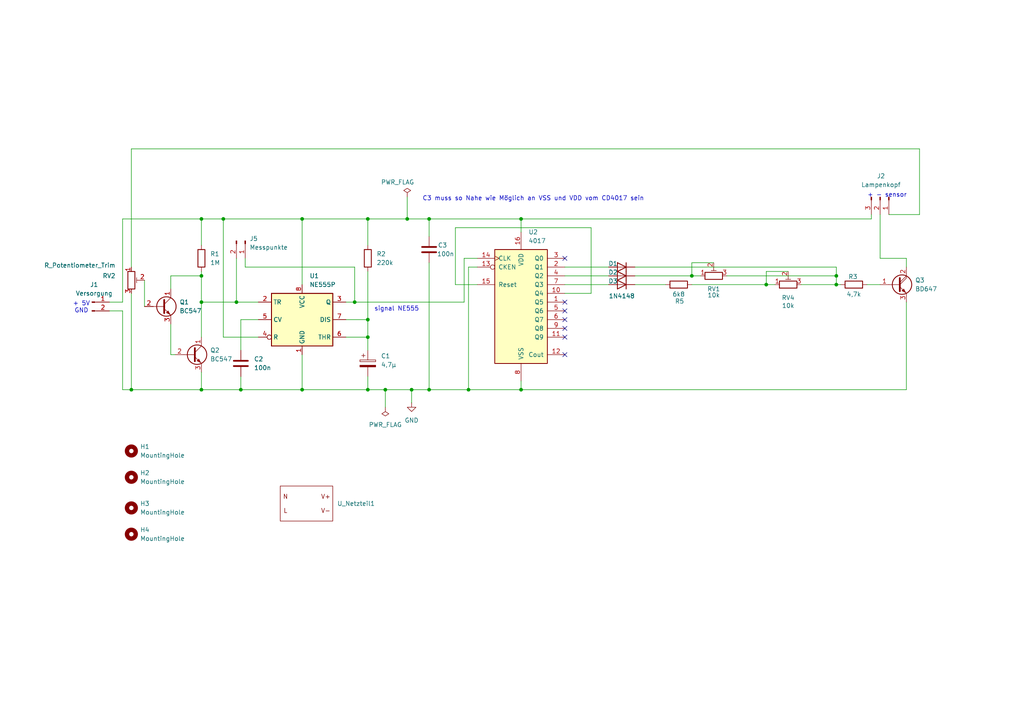
<source format=kicad_sch>
(kicad_sch (version 20250114) (generator "eeschema") (generator_version "9.0")
  (paper "A4")
  (title_block (title "Schreibtischlampe") (date "2025-11-21") (rev "2.0") (company "HTL-Steyr") (comment 1 "Konstantin Schwödiauer") (comment 2 "Fabian Lenhart") (comment 3 "Thomas Zeiler"))
  (lib_symbols
    (symbol "4xxx:4017" (pin_names (offset 1.016))
      (property "Reference" "U" (at -7.62 16.51 0))
      (property "Value" "4017" (at -7.62 -19.05 0))
      (symbol "4017_1_0"
        (pin input clock (at -12.7 12.7 0) (length 5.08) (name "CLK") (number "14"))
        (pin input inverted (at -12.7 10.16 0) (length 5.08) (name "CKEN") (number "13"))
        (pin input line (at -12.7 5.08 0) (length 5.08) (name "Reset") (number "15"))
        (pin power_in line (at 0 20.32 270) (length 5.08) (name "VDD") (number "16"))
        (pin power_in line (at 0 -22.86 90) (length 5.08) (name "VSS") (number "8"))
        (pin output line (at 12.7 12.7 180) (length 5.08) (name "Q0") (number "3"))
        (pin output line (at 12.7 10.16 180) (length 5.08) (name "Q1") (number "2"))
        (pin output line (at 12.7 7.62 180) (length 5.08) (name "Q2") (number "4"))
        (pin output line (at 12.7 5.08 180) (length 5.08) (name "Q3") (number "7"))
        (pin output line (at 12.7 2.54 180) (length 5.08) (name "Q4") (number "10"))
        (pin output line (at 12.7 0 180) (length 5.08) (name "Q5") (number "1"))
        (pin output line (at 12.7 -2.54 180) (length 5.08) (name "Q6") (number "5"))
        (pin output line (at 12.7 -5.08 180) (length 5.08) (name "Q7") (number "6"))
        (pin output line (at 12.7 -7.62 180) (length 5.08) (name "Q8") (number "9"))
        (pin output line (at 12.7 -10.16 180) (length 5.08) (name "Q9") (number "11"))
        (pin output line (at 12.7 -15.24 180) (length 5.08) (name "Cout") (number "12"))
      )
      (symbol "4017_1_1"
        (rectangle (start -7.62 15.24) (end 7.62 -17.78) (stroke (width 0.254)) (fill (type background)))
      )
    )
    (symbol "Connector:Conn_01x02_Pin" (pin_names (offset 1.016) (hide yes))
      (property "Reference" "J" (at 0 2.54 0))
      (property "Value" "Conn_01x02_Pin" (at 0 -5.08 0))
      (symbol "Conn_01x02_Pin_1_1"
        (rectangle (start 0.8636 0.127) (end 0 -0.127) (stroke (width 0.1524)) (fill (type outline)))
        (rectangle (start 0.8636 -2.413) (end 0 -2.667) (stroke (width 0.1524)) (fill (type outline)))
        (polyline (pts (xy 1.27 0) (xy 0.8636 0)) (stroke (width 0.1524)))
        (polyline (pts (xy 1.27 -2.54) (xy 0.8636 -2.54)) (stroke (width 0.1524)))
        (pin passive line (at 5.08 0 180) (length 3.81) (name "Pin_1") (number "1"))
        (pin passive line (at 5.08 -2.54 180) (length 3.81) (name "Pin_2") (number "2"))
      )
    )
    (symbol "Connector:Conn_01x03_Pin" (pin_names (offset 1.016) (hide yes))
      (property "Reference" "J" (at 0 5.08 0))
      (property "Value" "Conn_01x03_Pin" (at 0 -5.08 0))
      (symbol "Conn_01x03_Pin_1_1"
        (rectangle (start 0.8636 2.667) (end 0 2.413) (stroke (width 0.1524)) (fill (type outline)))
        (rectangle (start 0.8636 0.127) (end 0 -0.127) (stroke (width 0.1524)) (fill (type outline)))
        (rectangle (start 0.8636 -2.413) (end 0 -2.667) (stroke (width 0.1524)) (fill (type outline)))
        (polyline (pts (xy 1.27 2.54) (xy 0.8636 2.54)) (stroke (width 0.1524)))
        (polyline (pts (xy 1.27 0) (xy 0.8636 0)) (stroke (width 0.1524)))
        (polyline (pts (xy 1.27 -2.54) (xy 0.8636 -2.54)) (stroke (width 0.1524)))
        (pin passive line (at 5.08 2.54 180) (length 3.81) (name "Pin_1") (number "1"))
        (pin passive line (at 5.08 0 180) (length 3.81) (name "Pin_2") (number "2"))
        (pin passive line (at 5.08 -2.54 180) (length 3.81) (name "Pin_3") (number "3"))
      )
    )
    (symbol "Device:C" (pin_numbers (hide yes)) (pin_names (offset 0.254))
      (property "Reference" "C" (at 0.635 2.54 0))
      (property "Value" "C" (at 0.635 -2.54 0))
      (symbol "C_0_1"
        (polyline (pts (xy -2.032 0.762) (xy 2.032 0.762)) (stroke (width 0.508)))
        (polyline (pts (xy -2.032 -0.762) (xy 2.032 -0.762)) (stroke (width 0.508)))
      )
      (symbol "C_1_1"
        (pin passive line (at 0 3.81 270) (length 2.794) (name "~") (number "1"))
        (pin passive line (at 0 -3.81 90) (length 2.794) (name "~") (number "2"))
      )
    )
    (symbol "Device:C_Polarized" (pin_numbers (hide yes)) (pin_names (offset 0.254))
      (property "Reference" "C" (at 0.635 2.54 0))
      (property "Value" "C_Polarized" (at 0.635 -2.54 0))
      (symbol "C_Polarized_0_1"
        (rectangle (start -2.286 0.508) (end 2.286 1.016))
        (polyline (pts (xy -1.778 2.286) (xy -0.762 2.286)))
        (polyline (pts (xy -1.27 2.794) (xy -1.27 1.778)))
        (rectangle (start 2.286 -0.508) (end -2.286 -1.016) (fill (type outline)))
      )
      (symbol "C_Polarized_1_1"
        (pin passive line (at 0 3.81 270) (length 2.794) (name "~") (number "1"))
        (pin passive line (at 0 -3.81 90) (length 2.794) (name "~") (number "2"))
      )
    )
    (symbol "Device:R" (pin_numbers (hide yes)) (pin_names (offset 0))
      (property "Reference" "R" (at 2.032 0 90))
      (property "Value" "R" (at 0 0 90))
      (symbol "R_0_1"
        (rectangle (start -1.016 -2.54) (end 1.016 2.54) (stroke (width 0.254)))
      )
      (symbol "R_1_1"
        (pin passive line (at 0 3.81 270) (length 1.27) (name "~") (number "1"))
        (pin passive line (at 0 -3.81 90) (length 1.27) (name "~") (number "2"))
      )
    )
    (symbol "Device:R_Potentiometer_Trim" (pin_names (offset 1.016) (hide yes))
      (property "Reference" "RV" (at -4.445 0 90))
      (property "Value" "R_Potentiometer_Trim" (at -2.54 0 90))
      (symbol "R_Potentiometer_Trim_0_1"
        (rectangle (start 1.016 2.54) (end -1.016 -2.54) (stroke (width 0.254)))
        (polyline (pts (xy 1.524 0.762) (xy 1.524 -0.762)))
        (polyline (pts (xy 2.54 0) (xy 1.524 0)))
      )
      (symbol "R_Potentiometer_Trim_1_1"
        (pin passive line (at 0 3.81 270) (length 1.27) (name "1") (number "1"))
        (pin passive line (at 0 -3.81 90) (length 1.27) (name "3") (number "3"))
        (pin passive line (at 3.81 0 180) (length 1.27) (name "2") (number "2"))
      )
    )
    (symbol "Diode:1N4148" (pin_numbers (hide yes)) (pin_names (hide yes))
      (property "Reference" "D" (at 0 2.54 0))
      (property "Value" "1N4148" (at 0 -2.54 0))
      (symbol "1N4148_0_1"
        (polyline (pts (xy -1.27 1.27) (xy -1.27 -1.27)) (stroke (width 0.254)))
        (polyline (pts (xy 1.27 1.27) (xy 1.27 -1.27) (xy -1.27 0) (xy 1.27 1.27)) (stroke (width 0.254)))
        (polyline (pts (xy 1.27 0) (xy -1.27 0)))
      )
      (symbol "1N4148_1_1"
        (pin passive line (at -3.81 0 0) (length 2.54) (name "K") (number "1"))
        (pin passive line (at 3.81 0 180) (length 2.54) (name "A") (number "2"))
      )
    )
    (symbol "Mechanical:MountingHole" (pin_names (offset 1.016)) (in_bom no)
      (property "Reference" "H" (at 0 5.08 0))
      (property "Value" "MountingHole" (at 0 3.175 0))
      (symbol "MountingHole_0_1"
        (circle (center 0 0) (radius 1.27) (stroke (width 1.27)))
      )
    )
    (symbol "Recom_Netzteil_Symbol:Recom_Netzteil"
      (property "Reference" "U" (at 0 0 0))
      (symbol "Recom_Netzteil_0_1"
        (rectangle (start -7.62 5.08) (end 7.62 -5.08))
      )
      (symbol "Recom_Netzteil_1_1"
        (text "N\n\nL\n" (at -6.096 0 0) (effects (font (size 1.27 1.27))))
        (text "V+\n\nV-\n" (at 5.588 0 0) (effects (font (size 1.27 1.27))))
      )
    )
    (symbol "Timer:NE555P"
      (property "Reference" "U" (at -10.16 8.89 0))
      (property "Value" "NE555P" (at 2.54 8.89 0))
      (symbol "NE555P_0_0"
        (pin power_in line (at 0 10.16 270) (length 2.54) (name "VCC") (number "8"))
        (pin power_in line (at 0 -10.16 90) (length 2.54) (name "GND") (number "1"))
      )
      (symbol "NE555P_0_1"
        (rectangle (start -8.89 -7.62) (end 8.89 7.62) (stroke (width 0.254)) (fill (type background)))
        (rectangle (start -8.89 -7.62) (end 8.89 7.62) (stroke (width 0.254)) (fill (type background)))
      )
      (symbol "NE555P_1_1"
        (pin input line (at -12.7 5.08 0) (length 3.81) (name "TR") (number "2"))
        (pin input line (at -12.7 0 0) (length 3.81) (name "CV") (number "5"))
        (pin input inverted (at -12.7 -5.08 0) (length 3.81) (name "R") (number "4"))
        (pin output line (at 12.7 5.08 180) (length 3.81) (name "Q") (number "3"))
        (pin input line (at 12.7 0 180) (length 3.81) (name "DIS") (number "7"))
        (pin input line (at 12.7 -5.08 180) (length 3.81) (name "THR") (number "6"))
      )
    )
    (symbol "Transistor_BJT:BC547" (pin_names (offset 0) (hide yes))
      (property "Reference" "Q" (at 5.08 1.905 0))
      (property "Value" "BC547" (at 5.08 0 0))
      (symbol "BC547_0_1"
        (polyline (pts (xy -2.54 0) (xy 0.635 0)))
        (polyline (pts (xy 0.635 1.905) (xy 0.635 -1.905)) (stroke (width 0.508)))
        (circle (center 1.27 0) (radius 2.8194) (stroke (width 0.254)))
      )
      (symbol "BC547_1_1"
        (polyline (pts (xy 0.635 0.635) (xy 2.54 2.54)))
        (polyline (pts (xy 0.635 -0.635) (xy 2.54 -2.54)))
        (polyline (pts (xy 1.27 -1.778) (xy 1.778 -1.27) (xy 2.286 -2.286) (xy 1.27 -1.778)) (fill (type outline)))
        (pin input line (at -5.08 0 0) (length 2.54) (name "B") (number "2"))
        (pin passive line (at 2.54 5.08 270) (length 2.54) (name "C") (number "1"))
        (pin passive line (at 2.54 -5.08 90) (length 2.54) (name "E") (number "3"))
      )
    )
    (symbol "Transistor_BJT:Q_NPN_Darlington_BCE" (pin_names (offset 0) (hide yes))
      (property "Reference" "Q" (at 4.572 1.27 0))
      (property "Value" "Q_NPN_Darlington_BCE" (at 4.572 -1.27 0))
      (symbol "Q_NPN_Darlington_BCE_0_1"
        (polyline (pts (xy -2.54 0) (xy 0.635 0)))
        (polyline (pts (xy 0.635 1.905) (xy 0.635 -1.905)) (stroke (width 0.508)))
        (polyline (pts (xy 0.635 0) (xy 2.54 1.905) (xy 2.54 2.54)))
        (circle (center 1.27 0) (radius 2.8194) (stroke (width 0.254)))
      )
      (symbol "Q_NPN_Darlington_BCE_1_1"
        (polyline (pts (xy 0.635 0.635) (xy 2.54 2.54)))
        (polyline (pts (xy 0.635 -0.635) (xy 2.54 -2.54)))
        (polyline (pts (xy 1.27 -1.778) (xy 1.778 -1.27) (xy 2.286 -2.286) (xy 1.27 -1.778)) (fill (type outline)))
        (pin input line (at -5.08 0 0) (length 2.54) (name "B") (number "1"))
        (pin passive line (at 2.54 5.08 270) (length 2.54) (name "C") (number "2"))
        (pin passive line (at 2.54 -5.08 90) (length 2.54) (name "E") (number "3"))
      )
    )
    (symbol "power:GND" (power) (pin_numbers (hide yes)) (pin_names (offset 0) (hide yes))
      (property "Value" "GND" (at 0 -3.81 0))
      (symbol "GND_0_1"
        (polyline (pts (xy 0 0) (xy 0 -1.27) (xy 1.27 -1.27) (xy 0 -2.54) (xy -1.27 -1.27) (xy 0 -1.27)))
      )
      (symbol "GND_1_1"
        (pin power_in line (at 0 0 270) (length 0) (name "~") (number "1"))
      )
    )
    (symbol "power:PWR_FLAG" (power) (pin_numbers (hide yes)) (pin_names (offset 0) (hide yes))
      (property "Value" "PWR_FLAG" (at 0 3.81 0))
      (symbol "PWR_FLAG_0_0"
        (pin power_out line (at 0 0 90) (length 0) (name "~") (number "1"))
      )
      (symbol "PWR_FLAG_0_1"
        (polyline (pts (xy 0 0) (xy 0 1.27) (xy -1.016 1.905) (xy 0 2.54) (xy 1.016 1.905) (xy 0 1.27)))
      )
    )
  )
  (text "signal NE555" (at 115.062 89.662 0) (effects (font (size 1.27 1.27))))
  (text "+ 5V\nGND" (at 23.622 89.154 0) (effects (font (size 1.27 1.27))))
  (text "+ - sensor" (at 257.302 56.642 0) (effects (font (size 1.27 1.27))))
  (text "C3 muss so Nahe wie Möglich an VSS und VDD vom CD4017 sein" (at 154.686 57.658 0) (effects (font (size 1.27 1.27))))
  (junction (at 68.58 87.63))
  (junction (at 102.87 87.63))
  (junction (at 118.11 63.5))
  (junction (at 58.42 87.63))
  (junction (at 119.38 113.03))
  (junction (at 64.77 63.5))
  (junction (at 106.68 97.79))
  (junction (at 106.68 113.03))
  (junction (at 87.63 63.5))
  (junction (at 106.68 92.71))
  (junction (at 106.68 63.5))
  (junction (at 111.76 113.03))
  (junction (at 222.25 82.55))
  (junction (at 242.57 82.55))
  (junction (at 151.13 63.5))
  (junction (at 135.89 113.03))
  (junction (at 58.42 113.03))
  (junction (at 58.42 63.5))
  (junction (at 124.46 113.03))
  (junction (at 38.1 113.03))
  (junction (at 200.66 80.01))
  (junction (at 124.46 63.5))
  (junction (at 151.13 113.03))
  (junction (at 69.85 113.03))
  (junction (at 242.57 80.01))
  (junction (at 87.63 113.03))
  (junction (at 58.42 80.01))
  (no_connect (at 163.83 87.63))
  (no_connect (at 163.83 102.87))
  (no_connect (at 163.83 90.17))
  (no_connect (at 163.83 74.93))
  (no_connect (at 163.83 95.25))
  (no_connect (at 163.83 97.79))
  (no_connect (at 163.83 92.71))
  (wire (pts (xy 49.53 102.87) (xy 50.8 102.87)))
  (wire (pts (xy 38.1 113.03) (xy 58.42 113.03)))
  (wire (pts (xy 135.89 77.47) (xy 135.89 113.03)))
  (wire (pts (xy 151.13 110.49) (xy 151.13 113.03)))
  (wire (pts (xy 242.57 80.01) (xy 242.57 82.55)))
  (wire (pts (xy 102.87 87.63) (xy 134.62 87.63)))
  (wire (pts (xy 35.56 113.03) (xy 35.56 90.17)))
  (wire (pts (xy 71.12 77.47) (xy 102.87 77.47)))
  (wire (pts (xy 49.53 93.98) (xy 49.53 102.87)))
  (wire (pts (xy 132.08 82.55) (xy 132.08 66.04)))
  (wire (pts (xy 38.1 85.09) (xy 38.1 113.03)))
  (wire (pts (xy 106.68 63.5) (xy 87.63 63.5)))
  (wire (pts (xy 106.68 63.5) (xy 118.11 63.5)))
  (wire (pts (xy 68.58 74.93) (xy 68.58 87.63)))
  (wire (pts (xy 49.53 83.82) (xy 49.53 80.01)))
  (wire (pts (xy 184.15 80.01) (xy 200.66 80.01)))
  (wire (pts (xy 228.6 78.74) (xy 222.25 78.74)))
  (wire (pts (xy 242.57 77.47) (xy 242.57 80.01)))
  (wire (pts (xy 58.42 78.74) (xy 58.42 80.01)))
  (wire (pts (xy 118.11 57.15) (xy 118.11 63.5)))
  (wire (pts (xy 255.27 62.23) (xy 255.27 74.93)))
  (wire (pts (xy 232.41 82.55) (xy 242.57 82.55)))
  (wire (pts (xy 38.1 43.18) (xy 266.7 43.18)))
  (wire (pts (xy 242.57 82.55) (xy 243.84 82.55)))
  (wire (pts (xy 251.46 82.55) (xy 255.27 82.55)))
  (wire (pts (xy 124.46 113.03) (xy 135.89 113.03)))
  (wire (pts (xy 132.08 66.04) (xy 171.45 66.04)))
  (wire (pts (xy 119.38 113.03) (xy 119.38 116.84)))
  (wire (pts (xy 255.27 74.93) (xy 262.89 74.93)))
  (wire (pts (xy 124.46 63.5) (xy 124.46 68.58)))
  (wire (pts (xy 38.1 77.47) (xy 38.1 43.18)))
  (wire (pts (xy 257.81 62.23) (xy 266.7 62.23)))
  (wire (pts (xy 64.77 63.5) (xy 87.63 63.5)))
  (wire (pts (xy 222.25 78.74) (xy 222.25 82.55)))
  (wire (pts (xy 87.63 63.5) (xy 87.63 82.55)))
  (wire (pts (xy 171.45 85.09) (xy 163.83 85.09)))
  (wire (pts (xy 138.43 82.55) (xy 132.08 82.55)))
  (wire (pts (xy 151.13 63.5) (xy 252.73 63.5)))
  (wire (pts (xy 163.83 82.55) (xy 176.53 82.55)))
  (wire (pts (xy 35.56 63.5) (xy 35.56 87.63)))
  (wire (pts (xy 163.83 77.47) (xy 176.53 77.47)))
  (wire (pts (xy 184.15 77.47) (xy 242.57 77.47)))
  (wire (pts (xy 163.83 80.01) (xy 176.53 80.01)))
  (wire (pts (xy 119.38 113.03) (xy 124.46 113.03)))
  (wire (pts (xy 58.42 87.63) (xy 68.58 87.63)))
  (wire (pts (xy 35.56 87.63) (xy 31.75 87.63)))
  (wire (pts (xy 151.13 113.03) (xy 262.89 113.03)))
  (wire (pts (xy 200.66 82.55) (xy 222.25 82.55)))
  (wire (pts (xy 134.62 87.63) (xy 134.62 74.93)))
  (wire (pts (xy 58.42 87.63) (xy 58.42 97.79)))
  (wire (pts (xy 124.46 76.2) (xy 124.46 113.03)))
  (wire (pts (xy 58.42 63.5) (xy 64.77 63.5)))
  (wire (pts (xy 35.56 90.17) (xy 31.75 90.17)))
  (wire (pts (xy 49.53 80.01) (xy 58.42 80.01)))
  (wire (pts (xy 222.25 82.55) (xy 224.79 82.55)))
  (wire (pts (xy 106.68 97.79) (xy 106.68 92.71)))
  (wire (pts (xy 119.38 113.03) (xy 111.76 113.03)))
  (wire (pts (xy 111.76 113.03) (xy 111.76 118.11)))
  (wire (pts (xy 100.33 97.79) (xy 106.68 97.79)))
  (wire (pts (xy 171.45 66.04) (xy 171.45 85.09)))
  (wire (pts (xy 200.66 80.01) (xy 203.2 80.01)))
  (wire (pts (xy 118.11 63.5) (xy 124.46 63.5)))
  (wire (pts (xy 71.12 74.93) (xy 71.12 77.47)))
  (wire (pts (xy 35.56 113.03) (xy 38.1 113.03)))
  (wire (pts (xy 124.46 63.5) (xy 151.13 63.5)))
  (wire (pts (xy 69.85 109.22) (xy 69.85 113.03)))
  (wire (pts (xy 69.85 101.6) (xy 69.85 92.71)))
  (wire (pts (xy 106.68 113.03) (xy 87.63 113.03)))
  (wire (pts (xy 58.42 63.5) (xy 58.42 71.12)))
  (wire (pts (xy 35.56 63.5) (xy 58.42 63.5)))
  (wire (pts (xy 102.87 77.47) (xy 102.87 87.63)))
  (wire (pts (xy 41.91 81.28) (xy 41.91 88.9)))
  (wire (pts (xy 106.68 97.79) (xy 106.68 101.6)))
  (wire (pts (xy 138.43 74.93) (xy 134.62 74.93)))
  (wire (pts (xy 266.7 62.23) (xy 266.7 43.18)))
  (wire (pts (xy 100.33 92.71) (xy 106.68 92.71)))
  (wire (pts (xy 184.15 82.55) (xy 193.04 82.55)))
  (wire (pts (xy 262.89 87.63) (xy 262.89 113.03)))
  (wire (pts (xy 69.85 113.03) (xy 58.42 113.03)))
  (wire (pts (xy 58.42 80.01) (xy 58.42 87.63)))
  (wire (pts (xy 68.58 87.63) (xy 74.93 87.63)))
  (wire (pts (xy 207.01 76.2) (xy 200.66 76.2)))
  (wire (pts (xy 74.93 97.79) (xy 64.77 97.79)))
  (wire (pts (xy 111.76 113.03) (xy 106.68 113.03)))
  (wire (pts (xy 200.66 76.2) (xy 200.66 80.01)))
  (wire (pts (xy 64.77 97.79) (xy 64.77 63.5)))
  (wire (pts (xy 100.33 87.63) (xy 102.87 87.63)))
  (wire (pts (xy 87.63 102.87) (xy 87.63 113.03)))
  (wire (pts (xy 210.82 80.01) (xy 242.57 80.01)))
  (wire (pts (xy 151.13 63.5) (xy 151.13 67.31)))
  (wire (pts (xy 135.89 77.47) (xy 138.43 77.47)))
  (wire (pts (xy 252.73 63.5) (xy 252.73 62.23)))
  (wire (pts (xy 262.89 74.93) (xy 262.89 77.47)))
  (wire (pts (xy 106.68 71.12) (xy 106.68 63.5)))
  (wire (pts (xy 69.85 92.71) (xy 74.93 92.71)))
  (wire (pts (xy 135.89 113.03) (xy 151.13 113.03)))
  (wire (pts (xy 106.68 109.22) (xy 106.68 113.03)))
  (wire (pts (xy 58.42 107.95) (xy 58.42 113.03)))
  (wire (pts (xy 87.63 113.03) (xy 69.85 113.03)))
  (wire (pts (xy 106.68 92.71) (xy 106.68 78.74)))
  (symbol (lib_id "Device:R_Potentiometer_Trim") (at 228.6 82.55 90) (unit 1)
    (property "Reference" "RV4" (at 228.6 86.36 90))
    (property "Value" "10k" (at 228.6 88.646 90))
    (property "Footprint" "Potentiometer_THT:Potentiometer_Bourns_3386P_Vertical" (effects (hide yes)))
    (property "Description" "Trim-potentiometer" (effects (hide yes)))
    (property "RS/URL" "https://at.rs-online.com/web/p/trimmerpotentiometer/5222693" (effects (hide yes)))
  )
  (symbol (lib_id "power:PWR_FLAG") (at 118.11 57.15 0) (unit 1)
    (property "Reference" "#FLG01" (effects (hide yes)))
    (property "Value" "PWR_FLAG" (at 115.316 52.832 0))
    (property "Description" "Special symbol for telling ERC where power comes from" (effects (hide yes)))
  )
  (symbol (lib_id "Transistor_BJT:BC547") (at 46.99 88.9 0) (unit 1)
    (property "Reference" "Q1" (at 52.07 87.6299 0) (effects (justify left)))
    (property "Value" "BC547" (at 52.07 90.1699 0) (effects (justify left)))
    (property "Footprint" "Package_TO_SOT_THT:TO-92L_HandSolder" (effects (hide yes)))
    (property "Datasheet" "https://www.onsemi.com/pub/Collateral/BC550-D.pdf" (effects (hide yes)))
    (property "Description" "0.1A Ic, 45V Vce, Small Signal NPN Transistor, TO-92" (effects (hide yes)))
  )
  (symbol (lib_id "Diode:1N4148") (at 180.34 77.47 0) (mirror y) (unit 1)
    (property "Reference" "D1" (at 177.8 76.454 0))
    (property "Value" "1N4148" (effects (hide yes)))
    (property "Footprint" "Diode_THT:D_DO-35_SOD27_P7.62mm_Horizontal" (effects (hide yes)))
    (property "Datasheet" "https://assets.nexperia.com/documents/data-sheet/1N4148_1N4448.pdf" (effects (hide yes)))
    (property "Description" "100V 0.15A standard switching diode, DO-35" (effects (hide yes)))
    (property "Sim.Device" "D" (effects (hide yes)))
    (property "Sim.Pins" "1=K 2=A" (effects (hide yes)))
  )
  (symbol (lib_id "Mechanical:MountingHole") (at 38.1 138.43 0) (unit 1) (in_bom no)
    (property "Reference" "H2" (at 40.64 137.1599 0) (effects (justify left)))
    (property "Value" "MountingHole" (at 40.64 139.6999 0) (effects (justify left)))
    (property "Footprint" "MountingHole:MountingHole_3.2mm_M3" (effects (hide yes)))
    (property "Description" "Mounting Hole without connection" (effects (hide yes)))
  )
  (symbol (lib_id "Device:R") (at 247.65 82.55 270) (unit 1)
    (property "Reference" "R3" (at 247.396 80.264 90))
    (property "Value" "4,7k" (at 247.65 85.344 90))
    (property "Footprint" "Resistor_THT:R_Axial_DIN0207_L6.3mm_D2.5mm_P10.16mm_Horizontal" (effects (hide yes)))
    (property "Description" "Resistor" (effects (hide yes)))
  )
  (symbol (lib_id "Device:R") (at 106.68 74.93 0) (unit 1)
    (property "Reference" "R2" (at 109.22 73.6599 0) (effects (justify left)))
    (property "Value" "220k" (at 109.22 76.1999 0) (effects (justify left)))
    (property "Footprint" "Resistor_THT:R_Axial_DIN0207_L6.3mm_D2.5mm_P10.16mm_Horizontal" (effects (hide yes)))
    (property "Description" "Resistor" (effects (hide yes)))
  )
  (symbol (lib_id "Connector:Conn_01x02_Pin") (at 26.67 87.63 0) (unit 1)
    (property "Reference" "J1" (at 27.305 82.55 0))
    (property "Value" "Versorgung" (at 27.305 85.09 0))
    (property "Footprint" "TerminalBlock_Phoenix:TerminalBlock_Phoenix_MKDS-1,5-2-5.08_1x02_P5.08mm_Horizontal" (effects (hide yes)))
    (property "Description" "Generic connector, single row, 01x02, script generated" (effects (hide yes)))
  )
  (symbol (lib_id "Device:R") (at 58.42 74.93 0) (unit 1)
    (property "Reference" "R1" (at 60.96 73.6599 0) (effects (justify left)))
    (property "Value" "1M" (at 60.96 76.1999 0) (effects (justify left)))
    (property "Footprint" "Resistor_THT:R_Axial_DIN0207_L6.3mm_D2.5mm_P10.16mm_Horizontal" (effects (hide yes)))
    (property "Description" "Resistor" (effects (hide yes)))
  )
  (symbol (lib_id "power:PWR_FLAG") (at 111.76 118.11 180) (unit 1)
    (property "Reference" "#FLG02" (effects (hide yes)))
    (property "Value" "PWR_FLAG" (at 111.76 123.19 0))
    (property "Description" "Special symbol for telling ERC where power comes from" (effects (hide yes)))
  )
  (symbol (lib_id "Connector:Conn_01x03_Pin") (at 255.27 57.15 270) (unit 1)
    (property "Reference" "J2" (at 255.524 51.054 90))
    (property "Value" "Lampenkopf" (at 255.524 53.594 90))
    (property "Footprint" "TerminalBlock_Phoenix:TerminalBlock_Phoenix_MKDS-1,5-3-5.08_1x03_P5.08mm_Horizontal" (effects (hide yes)))
    (property "Description" "Generic connector, single row, 01x03, script generated" (effects (hide yes)))
  )
  (symbol (lib_id "Mechanical:MountingHole") (at 38.1 154.94 0) (unit 1) (in_bom no)
    (property "Reference" "H4" (at 40.64 153.6699 0) (effects (justify left)))
    (property "Value" "MountingHole" (at 40.64 156.2099 0) (effects (justify left)))
    (property "Footprint" "MountingHole:MountingHole_3.2mm_M3" (effects (hide yes)))
    (property "Description" "Mounting Hole without connection" (effects (hide yes)))
  )
  (symbol (lib_id "Mechanical:MountingHole") (at 38.1 147.32 0) (unit 1) (in_bom no)
    (property "Reference" "H3" (at 40.64 146.0499 0) (effects (justify left)))
    (property "Value" "MountingHole" (at 40.64 148.5899 0) (effects (justify left)))
    (property "Footprint" "MountingHole:MountingHole_3.2mm_M3" (effects (hide yes)))
    (property "Description" "Mounting Hole without connection" (effects (hide yes)))
  )
  (symbol (lib_id "Device:R_Potentiometer_Trim") (at 38.1 81.28 0) (unit 1)
    (property "Reference" "RV2" (at 33.528 80.01 0) (effects (justify right)))
    (property "Value" "R_Potentiometer_Trim" (at 33.528 76.962 0) (effects (justify right)))
    (property "Footprint" "Potentiometer_THT:Potentiometer_ACP_CA9-V10_Vertical" (effects (hide yes)))
    (property "Description" "Trim-potentiometer" (effects (hide yes)))
  )
  (symbol (lib_id "Mechanical:MountingHole") (at 38.1 130.81 0) (unit 1) (in_bom no)
    (property "Reference" "H1" (at 40.64 129.5399 0) (effects (justify left)))
    (property "Value" "MountingHole" (at 40.64 132.0799 0) (effects (justify left)))
    (property "Footprint" "MountingHole:MountingHole_3.2mm_M3" (effects (hide yes)))
    (property "Description" "Mounting Hole without connection" (effects (hide yes)))
  )
  (symbol (lib_id "Device:C") (at 69.85 105.41 0) (unit 1)
    (property "Reference" "C2" (at 73.66 104.1399 0) (effects (justify left)))
    (property "Value" "100n" (at 73.66 106.6799 0) (effects (justify left)))
    (property "Footprint" "Capacitor_THT:CP_Radial_Tantal_D4.5mm_P2.50mm" (effects (hide yes)))
    (property "Description" "Unpolarized capacitor" (effects (hide yes)))
  )
  (symbol (lib_id "Device:R_Potentiometer_Trim") (at 207.01 80.01 90) (unit 1)
    (property "Reference" "RV1" (at 207.01 83.82 90))
    (property "Value" "10k" (at 207.01 85.598 90))
    (property "Footprint" "Potentiometer_THT:Potentiometer_Bourns_3386P_Vertical" (effects (hide yes)))
    (property "Description" "Trim-potentiometer" (effects (hide yes)))
    (property "RS/URL" "https://at.rs-online.com/web/p/trimmerpotentiometer/5222693" (effects (hide yes)))
  )
  (symbol (lib_id "Connector:Conn_01x02_Pin") (at 71.12 69.85 270) (unit 1)
    (property "Reference" "J5" (at 72.39 69.2149 90) (effects (justify left)))
    (property "Value" "Messpunkte" (at 72.39 71.7549 90) (effects (justify left)))
    (property "Footprint" "Connector_PinHeader_2.54mm:PinHeader_1x02_P2.54mm_Vertical" (effects (hide yes)))
    (property "Description" "Generic connector, single row, 01x02, script generated" (effects (hide yes)))
  )
  (symbol (lib_id "Transistor_BJT:BC547") (at 55.88 102.87 0) (unit 1)
    (property "Reference" "Q2" (at 60.96 101.5999 0) (effects (justify left)))
    (property "Value" "BC547" (at 60.96 104.1399 0) (effects (justify left)))
    (property "Footprint" "Package_TO_SOT_THT:TO-92L_HandSolder" (effects (hide yes)))
    (property "Datasheet" "https://www.onsemi.com/pub/Collateral/BC550-D.pdf" (effects (hide yes)))
    (property "Description" "0.1A Ic, 45V Vce, Small Signal NPN Transistor, TO-92" (effects (hide yes)))
  )
  (symbol (lib_id "Recom_Netzteil_Symbol:Recom_Netzteil") (at 88.9 146.05 0) (unit 1)
    (property "Reference" "U_Netzteil1" (at 97.79 146.0499 0) (effects (justify left)))
    (property "Value" "Recom Netzteil" (effects (hide yes)))
    (property "Footprint" "Libary:Recom_Netzteil_Footprint" (effects (hide yes)))
  )
  (symbol (lib_id "Device:C") (at 124.46 72.39 0) (unit 1)
    (property "Reference" "C3" (at 127 71.12 0) (effects (justify left)))
    (property "Value" "100n" (at 126.746 73.66 0) (effects (justify left)))
    (property "Footprint" "Capacitor_THT:CP_Radial_Tantal_D4.5mm_P2.50mm" (effects (hide yes)))
    (property "Description" "Unpolarized capacitor" (effects (hide yes)))
  )
  (symbol (lib_id "Device:C_Polarized") (at 106.68 105.41 0) (unit 1)
    (property "Reference" "C1" (at 110.49 103.2509 0) (effects (justify left)))
    (property "Value" "4,7µ" (at 110.49 105.7909 0) (effects (justify left)))
    (property "Footprint" "Capacitor_THT:C_Axial_L3.8mm_D2.6mm_P15.00mm_Horizontal" (effects (hide yes)))
    (property "Description" "Polarized capacitor" (effects (hide yes)))
  )
  (symbol (lib_id "Timer:NE555P") (at 87.63 92.71 0) (unit 1)
    (property "Reference" "U1" (at 89.7733 80.01 0) (effects (justify left)))
    (property "Value" "NE555P" (at 89.7733 82.55 0) (effects (justify left)))
    (property "Footprint" "Package_DIP:DIP-8_W7.62mm" (effects (hide yes)))
    (property "Datasheet" "http://www.ti.com/lit/ds/symlink/ne555.pdf" (effects (hide yes)))
    (property "Description" "Precision Timers, 555 compatible,  PDIP-8" (effects (hide yes)))
  )
  (symbol (lib_id "power:GND") (at 119.38 116.84 0) (mirror y) (unit 1)
    (property "Reference" "#PWR01" (effects (hide yes)))
    (property "Value" "GND" (at 119.38 121.92 0))
    (property "Description" "Power symbol creates a global label with name \"GND\" , ground" (effects (hide yes)))
  )
  (symbol (lib_id "Device:R") (at 196.85 82.55 90) (unit 1)
    (property "Reference" "R5" (at 197.104 87.376 90))
    (property "Value" "6k8" (at 196.85 85.344 90))
    (property "Footprint" "Resistor_THT:R_Axial_DIN0207_L6.3mm_D2.5mm_P10.16mm_Horizontal" (effects (hide yes)))
    (property "Description" "Resistor" (effects (hide yes)))
  )
  (symbol (lib_id "Diode:1N4148") (at 180.34 82.55 0) (mirror y) (unit 1)
    (property "Reference" "D3" (at 177.8 81.534 0))
    (property "Value" "1N4148" (at 180.34 85.852 0))
    (property "Footprint" "Diode_THT:D_DO-35_SOD27_P7.62mm_Horizontal" (effects (hide yes)))
    (property "Datasheet" "https://assets.nexperia.com/documents/data-sheet/1N4148_1N4448.pdf" (effects (hide yes)))
    (property "Description" "100V 0.15A standard switching diode, DO-35" (effects (hide yes)))
    (property "Sim.Device" "D" (effects (hide yes)))
    (property "Sim.Pins" "1=K 2=A" (effects (hide yes)))
  )
  (symbol (lib_id "4xxx:4017") (at 151.13 87.63 0) (unit 1)
    (property "Reference" "U2" (at 153.2733 67.31 0) (effects (justify left)))
    (property "Value" "4017" (at 153.2733 69.85 0) (effects (justify left)))
    (property "Footprint" "Package_DIP:DIP-16_W7.62mm" (effects (hide yes)))
    (property "Datasheet" "http://www.intersil.com/content/dam/Intersil/documents/cd40/cd4017bms-22bms.pdf" (effects (hide yes)))
    (property "Description" "Johnson Counter ( 10 outputs )" (effects (hide yes)))
  )
  (symbol (lib_id "Transistor_BJT:Q_NPN_Darlington_BCE") (at 260.35 82.55 0) (unit 1)
    (property "Reference" "Q3" (at 265.43 81.2799 0) (effects (justify left)))
    (property "Value" "BD647" (at 265.43 83.8199 0) (effects (justify left)))
    (property "Footprint" "Package_TO_SOT_THT:TO-220-3_Vertical" (effects (hide yes)))
    (property "Description" "NPN Darlington transistor, base/collector/emitter" (effects (hide yes)))
  )
  (symbol (lib_id "Diode:1N4148") (at 180.34 80.01 0) (mirror y) (unit 1)
    (property "Reference" "D2" (at 177.8 78.994 0))
    (property "Value" "1N4148" (effects (hide yes)))
    (property "Footprint" "Diode_THT:D_DO-35_SOD27_P7.62mm_Horizontal" (effects (hide yes)))
    (property "Datasheet" "https://assets.nexperia.com/documents/data-sheet/1N4148_1N4448.pdf" (effects (hide yes)))
    (property "Description" "100V 0.15A standard switching diode, DO-35" (effects (hide yes)))
    (property "Sim.Device" "D" (effects (hide yes)))
    (property "Sim.Pins" "1=K 2=A" (effects (hide yes)))
  )
)
</source>
